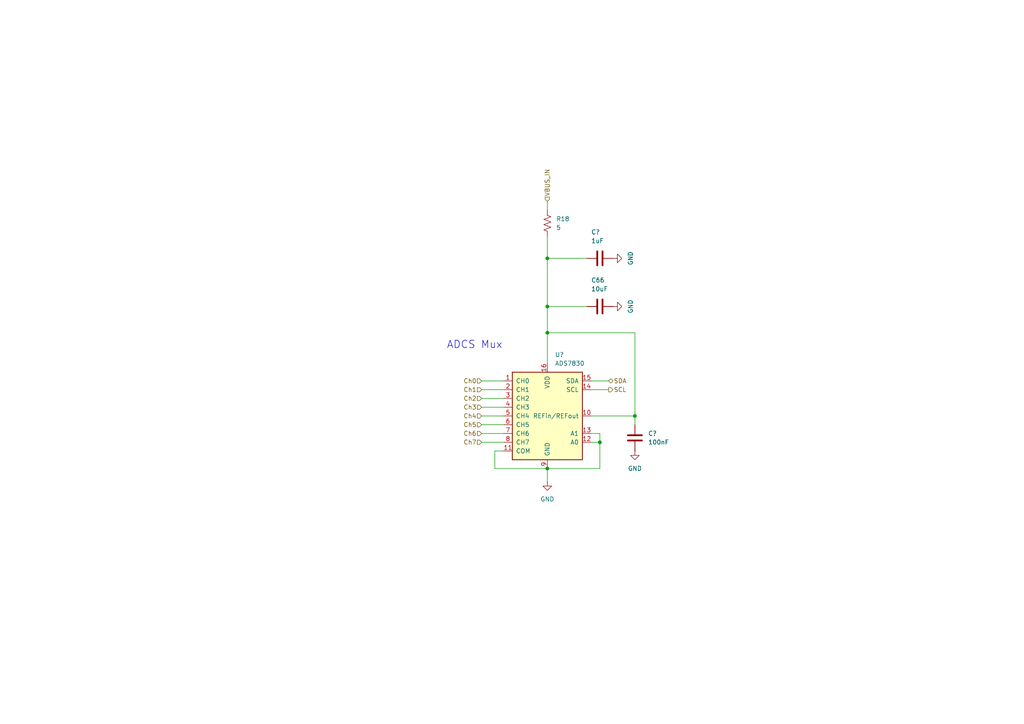
<source format=kicad_sch>
(kicad_sch (version 20250114) (generator "eeschema") (generator_version "9.0")
  (paper "A4")
  (title_block (title "ADCS Main Board") (date "2025-05-22") (rev "1.7") (company "Stanford Student Space Initiative") (comment 1 "Sage Wu"))
  (lib_symbols
    (symbol "Analog_DAC:ADS7830" (pin_names (offset 1.016))
      (property "Reference" "U" (at -10.16 13.716 0))
      (property "Value" "ADS7830" (at 1.778 13.716 0))
      (symbol "ADS7830_0_1"
        (rectangle (start -10.16 12.7) (end 10.16 -12.7) (stroke (width 0.254)) (fill (type background)))
      )
      (symbol "ADS7830_1_1"
        (pin input line (at -12.7 10.16 0) (length 2.54) (name "CH0") (number "1"))
        (pin input line (at -12.7 7.62 0) (length 2.54) (name "CH1") (number "2"))
        (pin input line (at -12.7 5.08 0) (length 2.54) (name "CH2") (number "3"))
        (pin input line (at -12.7 2.54 0) (length 2.54) (name "CH3") (number "4"))
        (pin input line (at -12.7 0 0) (length 2.54) (name "CH4") (number "5"))
        (pin input line (at -12.7 -2.54 0) (length 2.54) (name "CH5") (number "6"))
        (pin input line (at -12.7 -5.08 0) (length 2.54) (name "CH6") (number "7"))
        (pin input line (at -12.7 -7.62 0) (length 2.54) (name "CH7") (number "8"))
        (pin input line (at -12.7 -10.16 0) (length 2.54) (name "COM") (number "11"))
        (pin power_in line (at 0 15.24 270) (length 2.54) (name "VDD") (number "16"))
        (pin power_in line (at 0 -15.24 90) (length 2.54) (name "GND") (number "9"))
        (pin bidirectional line (at 12.7 10.16 180) (length 2.54) (name "SDA") (number "15"))
        (pin input line (at 12.7 7.62 180) (length 2.54) (name "SCL") (number "14"))
        (pin bidirectional line (at 12.7 0 180) (length 2.54) (name "REFin/REFout") (number "10"))
        (pin input line (at 12.7 -5.08 180) (length 2.54) (name "A1") (number "13"))
        (pin input line (at 12.7 -7.62 180) (length 2.54) (name "A0") (number "12"))
      )
    )
    (symbol "Device:C" (pin_numbers (hide yes)) (pin_names (offset 0.254))
      (property "Reference" "C" (at 0.635 2.54 0))
      (property "Value" "C" (at 0.635 -2.54 0))
      (symbol "C_0_1"
        (polyline (pts (xy -2.032 0.762) (xy 2.032 0.762)) (stroke (width 0.508)))
        (polyline (pts (xy -2.032 -0.762) (xy 2.032 -0.762)) (stroke (width 0.508)))
      )
      (symbol "C_1_1"
        (pin passive line (at 0 3.81 270) (length 2.794) (name "~") (number "1"))
        (pin passive line (at 0 -3.81 90) (length 2.794) (name "~") (number "2"))
      )
    )
    (symbol "Device:R_US" (pin_numbers (hide yes)) (pin_names (offset 0))
      (property "Reference" "R" (at 2.54 0 90))
      (property "Value" "R_US" (at -2.54 0 90))
      (symbol "R_US_0_1"
        (polyline (pts (xy 0 2.286) (xy 0 2.54)))
        (polyline (pts (xy 0 2.286) (xy 1.016 1.905) (xy 0 1.524) (xy -1.016 1.143) (xy 0 0.762)))
        (polyline (pts (xy 0 0.762) (xy 1.016 0.381) (xy 0 0) (xy -1.016 -0.381) (xy 0 -0.762)))
        (polyline (pts (xy 0 -0.762) (xy 1.016 -1.143) (xy 0 -1.524) (xy -1.016 -1.905) (xy 0 -2.286)))
        (polyline (pts (xy 0 -2.286) (xy 0 -2.54)))
      )
      (symbol "R_US_1_1"
        (pin passive line (at 0 3.81 270) (length 1.27) (name "~") (number "1"))
        (pin passive line (at 0 -3.81 90) (length 1.27) (name "~") (number "2"))
      )
    )
    (symbol "power:GND" (power) (pin_numbers (hide yes)) (pin_names (offset 0) (hide yes))
      (property "Value" "GND" (at 0 -3.81 0))
      (symbol "GND_0_1"
        (polyline (pts (xy 0 0) (xy 0 -1.27) (xy 1.27 -1.27) (xy 0 -2.54) (xy -1.27 -1.27) (xy 0 -1.27)))
      )
      (symbol "GND_1_1"
        (pin power_in line (at 0 0 270) (length 0) (name "~") (number "1"))
      )
    )
  )
  (text "ADCS Mux" (at 129.54 101.346 0) (effects (font (size 2.159 2.159)) (justify left bottom)))
  (junction (at 173.99 128.27))
  (junction (at 184.15 120.65))
  (junction (at 158.75 135.89))
  (junction (at 158.75 88.9))
  (junction (at 158.75 96.52))
  (junction (at 158.75 74.93))
  (wire (pts (xy 171.45 120.65) (xy 184.15 120.65)))
  (wire (pts (xy 139.7 125.73) (xy 146.05 125.73)))
  (wire (pts (xy 184.15 120.65) (xy 184.15 123.19)))
  (wire (pts (xy 184.15 96.52) (xy 158.75 96.52)))
  (wire (pts (xy 171.45 110.49) (xy 176.53 110.49)))
  (wire (pts (xy 143.51 135.89) (xy 158.75 135.89)))
  (wire (pts (xy 158.75 74.93) (xy 158.75 88.9)))
  (wire (pts (xy 158.75 88.9) (xy 158.75 96.52)))
  (wire (pts (xy 171.45 125.73) (xy 173.99 125.73)))
  (wire (pts (xy 143.51 130.81) (xy 143.51 135.89)))
  (wire (pts (xy 171.45 128.27) (xy 173.99 128.27)))
  (wire (pts (xy 173.99 128.27) (xy 173.99 135.89)))
  (wire (pts (xy 158.75 58.42) (xy 158.75 60.96)))
  (wire (pts (xy 139.7 110.49) (xy 146.05 110.49)))
  (wire (pts (xy 158.75 135.89) (xy 173.99 135.89)))
  (wire (pts (xy 139.7 113.03) (xy 146.05 113.03)))
  (wire (pts (xy 184.15 120.65) (xy 184.15 96.52)))
  (wire (pts (xy 158.75 135.89) (xy 158.75 139.7)))
  (wire (pts (xy 158.75 96.52) (xy 158.75 105.41)))
  (wire (pts (xy 173.99 125.73) (xy 173.99 128.27)))
  (wire (pts (xy 139.7 123.19) (xy 146.05 123.19)))
  (wire (pts (xy 146.05 130.81) (xy 143.51 130.81)))
  (wire (pts (xy 170.18 74.93) (xy 158.75 74.93)))
  (wire (pts (xy 139.7 118.11) (xy 146.05 118.11)))
  (wire (pts (xy 158.75 88.9) (xy 170.18 88.9)))
  (wire (pts (xy 139.7 115.57) (xy 146.05 115.57)))
  (wire (pts (xy 139.7 120.65) (xy 146.05 120.65)))
  (wire (pts (xy 171.45 113.03) (xy 176.53 113.03)))
  (wire (pts (xy 139.7 128.27) (xy 146.05 128.27)))
  (wire (pts (xy 158.75 68.58) (xy 158.75 74.93)))
  (hierarchical_label "Ch1" (shape input) (at 139.7 113.03 180))
  (hierarchical_label "Ch7" (shape input) (at 139.7 128.27 180))
  (hierarchical_label "SDA" (shape bidirectional) (at 176.53 110.49 0))
  (hierarchical_label "Ch4" (shape input) (at 139.7 120.65 180))
  (hierarchical_label "Ch2" (shape input) (at 139.7 115.57 180))
  (hierarchical_label "Ch0" (shape input) (at 139.7 110.49 180))
  (hierarchical_label "Ch5" (shape input) (at 139.7 123.19 180))
  (hierarchical_label "Ch6" (shape input) (at 139.7 125.73 180))
  (hierarchical_label "SCL" (shape output) (at 176.53 113.03 0))
  (hierarchical_label "VBUS_IN" (shape input) (at 158.75 58.42 90))
  (hierarchical_label "Ch3" (shape input) (at 139.7 118.11 180))
  (symbol (lib_id "power:GND") (at 177.8 88.9 90) (unit 1)
    (property "Reference" "#PWR013" (effects (hide yes)))
    (property "Value" "GND" (at 182.88 88.9 0))
    (property "Description" "Power symbol creates a global label with name \"GND\" , ground" (effects (hide yes)))
    (instances (project "ADCS_board" (path "" (reference "#PWR013") (unit 1)) (path "" (reference "#PWR027") (unit 1))))
  )
  (symbol (lib_id "Analog_DAC:ADS7830") (at 158.75 120.65 0) (unit 1)
    (property "Reference" "U9" (at 160.9441 102.87 0) (effects (justify left)))
    (property "Value" "ADS7830" (at 160.9441 105.41 0) (effects (justify left)))
    (property "Footprint" "Package_SO:TSSOP-16_4.4x5mm_P0.65mm" (effects (hide yes)))
    (property "Datasheet" "http://www.ti.com/lit/ds/symlink/ads7830.pdf" (effects (hide yes)))
    (property "Description" "Single-supply, 8bit, 8 ch, SAR, 70kHz SR, 2.7 - 5 VDD, I2C, TSSOP-16" (effects (hide yes)))
    (instances (project "Avionics" (path "" (reference "U?") (unit 1)) (path "" (reference "U?") (unit 1))) (project "" (path "" (reference "U9") (unit 1)) (path "" (reference "U14") (unit 1))))
  )
  (symbol (lib_id "Device:C") (at 173.99 74.93 90) (unit 1)
    (property "Reference" "C6" (at 171.45 67.3099 90) (effects (justify right)))
    (property "Value" "1uF" (at 171.45 69.8499 90) (effects (justify right)))
    (property "Footprint" "Capacitor_SMD:C_0603_1608Metric" (effects (hide yes)))
    (property "Description" "Unpolarized capacitor" (effects (hide yes)))
    (instances (project "Avionics" (path "" (reference "C?") (unit 1)) (path "" (reference "C?") (unit 1))) (project "ADCS_board" (path "" (reference "C6") (unit 1)) (path "" (reference "C8") (unit 1))))
  )
  (symbol (lib_id "power:GND") (at 177.8 74.93 90) (unit 1)
    (property "Reference" "#PWR015" (effects (hide yes)))
    (property "Value" "GND" (at 182.88 74.93 0))
    (property "Description" "Power symbol creates a global label with name \"GND\" , ground" (effects (hide yes)))
    (instances (project "Avionics" (path "" (reference "#PWR?") (unit 1)) (path "" (reference "#PWR?") (unit 1))) (project "ADCS_board" (path "" (reference "#PWR015") (unit 1)) (path "" (reference "#PWR054") (unit 1))))
  )
  (symbol (lib_id "Device:R_US") (at 158.75 64.77 0) (unit 1)
    (property "Reference" "R18" (at 161.29 63.4999 0) (effects (justify left)))
    (property "Value" "5" (at 161.29 66.0399 0) (effects (justify left)))
    (property "Footprint" "Resistor_SMD:R_0603_1608Metric" (effects (hide yes)))
    (property "Description" "Resistor, US symbol" (effects (hide yes)))
    (instances (project "" (path "" (reference "R18") (unit 1)) (path "" (reference "R19") (unit 1))))
  )
  (symbol (lib_id "Device:C") (at 184.15 127 0) (unit 1)
    (property "Reference" "C59" (at 187.96 125.7299 0) (effects (justify left)))
    (property "Value" "100nF" (at 187.96 128.2699 0) (effects (justify left)))
    (property "Footprint" "Capacitor_SMD:C_0603_1608Metric" (effects (hide yes)))
    (property "Description" "Unpolarized capacitor" (effects (hide yes)))
    (instances (project "Avionics" (path "" (reference "C?") (unit 1)) (path "" (reference "C?") (unit 1))) (project "ADCS_board" (path "" (reference "C59") (unit 1)) (path "" (reference "C60") (unit 1))))
  )
  (symbol (lib_id "power:GND") (at 184.15 130.81 0) (unit 1)
    (property "Reference" "#PWR086" (effects (hide yes)))
    (property "Value" "GND" (at 184.15 135.89 0))
    (property "Description" "Power symbol creates a global label with name \"GND\" , ground" (effects (hide yes)))
    (instances (project "Avionics" (path "" (reference "#PWR?") (unit 1)) (path "" (reference "#PWR?") (unit 1))) (project "ADCS_board" (path "" (reference "#PWR086") (unit 1)) (path "" (reference "#PWR087") (unit 1))))
  )
  (symbol (lib_id "Device:C") (at 173.99 88.9 90) (unit 1)
    (property "Reference" "C66" (at 171.45 81.2799 90) (effects (justify right)))
    (property "Value" "10uF" (at 171.45 83.8199 90) (effects (justify right)))
    (property "Footprint" "Capacitor_SMD:C_0603_1608Metric" (effects (hide yes)))
    (property "Description" "Unpolarized capacitor" (effects (hide yes)))
    (instances (project "ADCS_board" (path "" (reference "C66") (unit 1)) (path "" (reference "C67") (unit 1))))
  )
  (symbol (lib_id "power:GND") (at 158.75 139.7 0) (unit 1)
    (property "Reference" "#PWR08" (effects (hide yes)))
    (property "Value" "GND" (at 158.75 144.78 0))
    (property "Description" "Power symbol creates a global label with name \"GND\" , ground" (effects (hide yes)))
    (instances (project "Avionics" (path "" (reference "#PWR?") (unit 1)) (path "" (reference "#PWR?") (unit 1))) (project "ADCS_board" (path "" (reference "#PWR08") (unit 1)) (path "" (reference "#PWR014") (unit 1))))
  )
)
</source>
